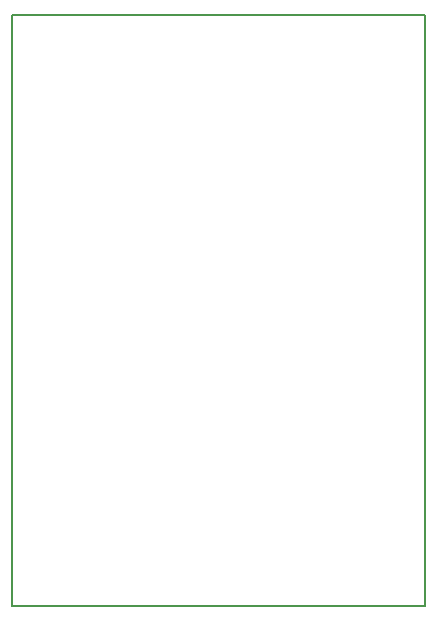
<source format=gbr>
%TF.GenerationSoftware,KiCad,Pcbnew,8.0.3-8.0.3-0~ubuntu22.04.1*%
%TF.CreationDate,2024-07-15T21:37:25+02:00*%
%TF.ProjectId,MT2AO8,4d543241-4f38-42e6-9b69-6361645f7063,rev?*%
%TF.SameCoordinates,Original*%
%TF.FileFunction,Profile,NP*%
%FSLAX46Y46*%
G04 Gerber Fmt 4.6, Leading zero omitted, Abs format (unit mm)*
G04 Created by KiCad (PCBNEW 8.0.3-8.0.3-0~ubuntu22.04.1) date 2024-07-15 21:37:25*
%MOMM*%
%LPD*%
G01*
G04 APERTURE LIST*
%TA.AperFunction,Profile*%
%ADD10C,0.200000*%
%TD*%
G04 APERTURE END LIST*
D10*
X133500000Y-71500000D02*
X168500000Y-71500000D01*
X133500000Y-71500000D02*
X133500000Y-121500000D01*
X168500000Y-71500000D02*
X168500000Y-121500000D01*
X133500000Y-121500000D02*
X168500000Y-121500000D01*
M02*

</source>
